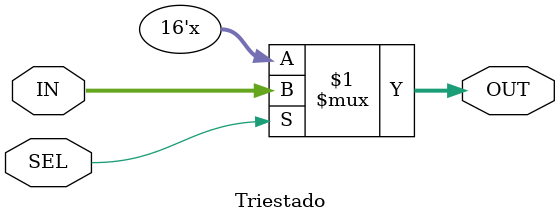
<source format=v>
`timescale 1ns / 1ps


module Triestado( IN, SEL, OUT);
    input [15:0] IN;
    input SEL;
    output wire [15:0] OUT; 
    
    assign OUT = SEL ? IN : 16'bz;
    
endmodule

</source>
